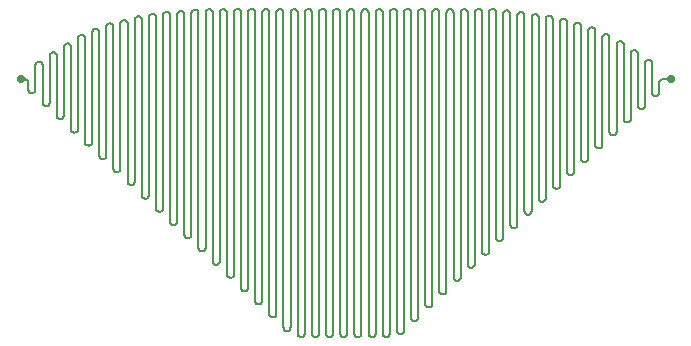
<source format=gbr>
G04 #@! TF.GenerationSoftware,KiCad,Pcbnew,(5.1.5)-3*
G04 #@! TF.CreationDate,2021-10-24T21:58:03+02:00*
G04 #@! TF.ProjectId,seg1,73656731-2e6b-4696-9361-645f70636258,1*
G04 #@! TF.SameCoordinates,Original*
G04 #@! TF.FileFunction,Copper,L1,Top*
G04 #@! TF.FilePolarity,Positive*
%FSLAX46Y46*%
G04 Gerber Fmt 4.6, Leading zero omitted, Abs format (unit mm)*
G04 Created by KiCad (PCBNEW (5.1.5)-3) date 2021-10-24 21:58:03*
%MOMM*%
%LPD*%
G04 APERTURE LIST*
%ADD10C,0.700000*%
%ADD11C,0.152400*%
G04 APERTURE END LIST*
D10*
X113063866Y-79973715D03*
X168105102Y-79926437D03*
D11*
X160888641Y-86966193D02*
X160952050Y-86944005D01*
X160821885Y-86973715D02*
X160888641Y-86966193D01*
X160755128Y-86966193D02*
X160821885Y-86973715D01*
X160691719Y-86944005D02*
X160755128Y-86966193D01*
X160634838Y-86908264D02*
X160691719Y-86944005D01*
X160587335Y-86860761D02*
X160634838Y-86908264D01*
X160551594Y-86803880D02*
X160587335Y-86860761D01*
X160529406Y-86740471D02*
X160551594Y-86803880D01*
X160521885Y-86673715D02*
X160529406Y-86740471D01*
X160521885Y-75473715D02*
X160521885Y-86673715D01*
X160514363Y-75406959D02*
X160521885Y-75473715D01*
X160492175Y-75343550D02*
X160514363Y-75406959D01*
X160456434Y-75286669D02*
X160492175Y-75343550D01*
X160408931Y-75239166D02*
X160456434Y-75286669D01*
X160352050Y-75203425D02*
X160408931Y-75239166D01*
X160288641Y-75181237D02*
X160352050Y-75203425D01*
X160221885Y-75173715D02*
X160288641Y-75181237D01*
X160155128Y-75181237D02*
X160221885Y-75173715D01*
X160091719Y-75203425D02*
X160155128Y-75181237D01*
X160034838Y-75239166D02*
X160091719Y-75203425D01*
X159987335Y-75286669D02*
X160034838Y-75239166D01*
X159951594Y-75343550D02*
X159987335Y-75286669D01*
X159929406Y-75406959D02*
X159951594Y-75343550D01*
X159921885Y-75473715D02*
X159929406Y-75406959D01*
X159921885Y-87773715D02*
X159921885Y-75473715D01*
X159914363Y-87840471D02*
X159921885Y-87773715D01*
X159892175Y-87903880D02*
X159914363Y-87840471D01*
X159856434Y-87960761D02*
X159892175Y-87903880D01*
X159808931Y-88008264D02*
X159856434Y-87960761D01*
X159752050Y-88044005D02*
X159808931Y-88008264D01*
X159688641Y-88066193D02*
X159752050Y-88044005D01*
X159621885Y-88073715D02*
X159688641Y-88066193D01*
X159555128Y-88066193D02*
X159621885Y-88073715D01*
X159491719Y-88044005D02*
X159555128Y-88066193D01*
X159434838Y-88008264D02*
X159491719Y-88044005D01*
X159387335Y-87960761D02*
X159434838Y-88008264D01*
X159351594Y-87903880D02*
X159387335Y-87960761D01*
X159329406Y-87840471D02*
X159351594Y-87903880D01*
X159321885Y-87773715D02*
X159329406Y-87840471D01*
X159321885Y-75123715D02*
X159321885Y-87773715D01*
X159314363Y-75056959D02*
X159321885Y-75123715D01*
X159292175Y-74993550D02*
X159314363Y-75056959D01*
X159256434Y-74936669D02*
X159292175Y-74993550D01*
X159208931Y-74889166D02*
X159256434Y-74936669D01*
X159152050Y-74853425D02*
X159208931Y-74889166D01*
X159088641Y-74831237D02*
X159152050Y-74853425D01*
X159021885Y-74823715D02*
X159088641Y-74831237D01*
X158955128Y-74831237D02*
X159021885Y-74823715D01*
X158891719Y-74853425D02*
X158955128Y-74831237D01*
X158834838Y-74889166D02*
X158891719Y-74853425D01*
X158787335Y-74936669D02*
X158834838Y-74889166D01*
X158751594Y-74993550D02*
X158787335Y-74936669D01*
X158729406Y-75056959D02*
X158751594Y-74993550D01*
X158721885Y-75123715D02*
X158729406Y-75056959D01*
X158721885Y-88923715D02*
X158721885Y-75123715D01*
X158714363Y-88990471D02*
X158721885Y-88923715D01*
X158692175Y-89053880D02*
X158714363Y-88990471D01*
X158656434Y-89110761D02*
X158692175Y-89053880D01*
X158608931Y-89158264D02*
X158656434Y-89110761D01*
X158552050Y-89194005D02*
X158608931Y-89158264D01*
X158488641Y-89216193D02*
X158552050Y-89194005D01*
X158421885Y-89223715D02*
X158488641Y-89216193D01*
X158355128Y-89216193D02*
X158421885Y-89223715D01*
X158291719Y-89194005D02*
X158355128Y-89216193D01*
X158234838Y-89158264D02*
X158291719Y-89194005D01*
X158187335Y-89110761D02*
X158234838Y-89158264D01*
X158151594Y-89053880D02*
X158187335Y-89110761D01*
X158129406Y-88990471D02*
X158151594Y-89053880D01*
X158121885Y-88923715D02*
X158129406Y-88990471D01*
X158121885Y-74873715D02*
X158121885Y-88923715D01*
X158114363Y-74806959D02*
X158121885Y-74873715D01*
X158092175Y-74743550D02*
X158114363Y-74806959D01*
X158056434Y-74686669D02*
X158092175Y-74743550D01*
X158008931Y-74639166D02*
X158056434Y-74686669D01*
X157952050Y-74603425D02*
X158008931Y-74639166D01*
X157888641Y-74581237D02*
X157952050Y-74603425D01*
X157821885Y-74573715D02*
X157888641Y-74581237D01*
X157755128Y-74581237D02*
X157821885Y-74573715D01*
X157691719Y-74603425D02*
X157755128Y-74581237D01*
X157634838Y-74639166D02*
X157691719Y-74603425D01*
X157587335Y-74686669D02*
X157634838Y-74639166D01*
X157551594Y-74743550D02*
X157587335Y-74686669D01*
X157529406Y-74806959D02*
X157551594Y-74743550D01*
X157521885Y-74873715D02*
X157529406Y-74806959D01*
X157521885Y-90023715D02*
X157521885Y-74873715D01*
X157514363Y-90090471D02*
X157521885Y-90023715D01*
X157492175Y-90153880D02*
X157514363Y-90090471D01*
X157456434Y-90210761D02*
X157492175Y-90153880D01*
X157408931Y-90258264D02*
X157456434Y-90210761D01*
X157352050Y-90294005D02*
X157408931Y-90258264D01*
X157288641Y-90316193D02*
X157352050Y-90294005D01*
X157221885Y-90323715D02*
X157288641Y-90316193D01*
X157155128Y-90316193D02*
X157221885Y-90323715D01*
X157091719Y-90294005D02*
X157155128Y-90316193D01*
X157034838Y-90258264D02*
X157091719Y-90294005D01*
X156987335Y-90210761D02*
X157034838Y-90258264D01*
X156951594Y-90153880D02*
X156987335Y-90210761D01*
X156929406Y-90090471D02*
X156951594Y-90153880D01*
X156921885Y-90023715D02*
X156929406Y-90090471D01*
X156921885Y-74723715D02*
X156921885Y-90023715D01*
X156914363Y-74656959D02*
X156921885Y-74723715D01*
X156892175Y-74593550D02*
X156914363Y-74656959D01*
X156856434Y-74536669D02*
X156892175Y-74593550D01*
X156808931Y-74489166D02*
X156856434Y-74536669D01*
X156752050Y-74453425D02*
X156808931Y-74489166D01*
X156688641Y-74431237D02*
X156752050Y-74453425D01*
X156621885Y-74423715D02*
X156688641Y-74431237D01*
X156555128Y-74431237D02*
X156621885Y-74423715D01*
X156491719Y-74453425D02*
X156555128Y-74431237D01*
X156434838Y-74489166D02*
X156491719Y-74453425D01*
X156387335Y-74536669D02*
X156434838Y-74489166D01*
X156351594Y-74593550D02*
X156387335Y-74536669D01*
X156329406Y-74656959D02*
X156351594Y-74593550D01*
X156321885Y-74723715D02*
X156329406Y-74656959D01*
X156321885Y-91123715D02*
X156321885Y-74723715D01*
X156314363Y-91190471D02*
X156321885Y-91123715D01*
X156292175Y-91253880D02*
X156314363Y-91190471D01*
X156256434Y-91310761D02*
X156292175Y-91253880D01*
X156208931Y-91358264D02*
X156256434Y-91310761D01*
X156152050Y-91394005D02*
X156208931Y-91358264D01*
X156088641Y-91416193D02*
X156152050Y-91394005D01*
X156021885Y-91423715D02*
X156088641Y-91416193D01*
X155955128Y-91416193D02*
X156021885Y-91423715D01*
X155891719Y-91394005D02*
X155955128Y-91416193D01*
X155834838Y-91358264D02*
X155891719Y-91394005D01*
X155787335Y-91310761D02*
X155834838Y-91358264D01*
X155751594Y-91253880D02*
X155787335Y-91310761D01*
X155729406Y-91190471D02*
X155751594Y-91253880D01*
X155721885Y-91123715D02*
X155729406Y-91190471D01*
X155721885Y-74573715D02*
X155721885Y-91123715D01*
X155714363Y-74506959D02*
X155721885Y-74573715D01*
X155692175Y-74443550D02*
X155714363Y-74506959D01*
X155656434Y-74386669D02*
X155692175Y-74443550D01*
X155608931Y-74339166D02*
X155656434Y-74386669D01*
X155552050Y-74303425D02*
X155608931Y-74339166D01*
X155488641Y-74281237D02*
X155552050Y-74303425D01*
X155421885Y-74273715D02*
X155488641Y-74281237D01*
X155355128Y-74281237D02*
X155421885Y-74273715D01*
X155291719Y-74303425D02*
X155355128Y-74281237D01*
X155234838Y-74339166D02*
X155291719Y-74303425D01*
X155187335Y-74386669D02*
X155234838Y-74339166D01*
X155151594Y-74443550D02*
X155187335Y-74386669D01*
X155129406Y-74506959D02*
X155151594Y-74443550D01*
X155121885Y-74573715D02*
X155129406Y-74506959D01*
X155121885Y-92273715D02*
X155121885Y-74573715D01*
X155114363Y-92340471D02*
X155121885Y-92273715D01*
X155092175Y-92403880D02*
X155114363Y-92340471D01*
X155056434Y-92460761D02*
X155092175Y-92403880D01*
X155008931Y-92508264D02*
X155056434Y-92460761D01*
X154952050Y-92544005D02*
X155008931Y-92508264D01*
X154888641Y-92566193D02*
X154952050Y-92544005D01*
X154821885Y-92573715D02*
X154888641Y-92566193D01*
X154755128Y-92566193D02*
X154821885Y-92573715D01*
X154691719Y-92544005D02*
X154755128Y-92566193D01*
X154634838Y-92508264D02*
X154691719Y-92544005D01*
X154587335Y-92460761D02*
X154634838Y-92508264D01*
X154551594Y-92403880D02*
X154587335Y-92460761D01*
X154529406Y-92340471D02*
X154551594Y-92403880D01*
X154521885Y-92273715D02*
X154529406Y-92340471D01*
X154521885Y-74423715D02*
X154521885Y-92273715D01*
X154514363Y-74356959D02*
X154521885Y-74423715D01*
X154492175Y-74293550D02*
X154514363Y-74356959D01*
X154456434Y-74236669D02*
X154492175Y-74293550D01*
X154408931Y-74189166D02*
X154456434Y-74236669D01*
X154352050Y-74153425D02*
X154408931Y-74189166D01*
X154288641Y-74131237D02*
X154352050Y-74153425D01*
X154221885Y-74123715D02*
X154288641Y-74131237D01*
X154155128Y-74131237D02*
X154221885Y-74123715D01*
X154091719Y-74153425D02*
X154155128Y-74131237D01*
X154034838Y-74189166D02*
X154091719Y-74153425D01*
X153987335Y-74236669D02*
X154034838Y-74189166D01*
X153951594Y-74293550D02*
X153987335Y-74236669D01*
X153929406Y-74356959D02*
X153951594Y-74293550D01*
X153921885Y-74423715D02*
X153929406Y-74356959D01*
X153921885Y-93373715D02*
X153921885Y-74423715D01*
X153914363Y-93440471D02*
X153921885Y-93373715D01*
X153892175Y-93503880D02*
X153914363Y-93440471D01*
X153856434Y-93560761D02*
X153892175Y-93503880D01*
X153808931Y-93608264D02*
X153856434Y-93560761D01*
X153752050Y-93644005D02*
X153808931Y-93608264D01*
X153688641Y-93666193D02*
X153752050Y-93644005D01*
X153621885Y-93673715D02*
X153688641Y-93666193D01*
X153555128Y-93666193D02*
X153621885Y-93673715D01*
X153491719Y-93644005D02*
X153555128Y-93666193D01*
X153434838Y-93608264D02*
X153491719Y-93644005D01*
X153387335Y-93560761D02*
X153434838Y-93608264D01*
X153351594Y-93503880D02*
X153387335Y-93560761D01*
X153329406Y-93440471D02*
X153351594Y-93503880D01*
X153321885Y-93373715D02*
X153329406Y-93440471D01*
X153321885Y-74323715D02*
X153321885Y-93373715D01*
X153314363Y-74256959D02*
X153321885Y-74323715D01*
X153292175Y-74193550D02*
X153314363Y-74256959D01*
X153256434Y-74136669D02*
X153292175Y-74193550D01*
X153208931Y-74089166D02*
X153256434Y-74136669D01*
X153152050Y-74053425D02*
X153208931Y-74089166D01*
X153088641Y-74031237D02*
X153152050Y-74053425D01*
X153021885Y-74023715D02*
X153088641Y-74031237D01*
X152955128Y-74031237D02*
X153021885Y-74023715D01*
X152891719Y-74053425D02*
X152955128Y-74031237D01*
X152834838Y-74089166D02*
X152891719Y-74053425D01*
X152787335Y-74136669D02*
X152834838Y-74089166D01*
X152751594Y-74193550D02*
X152787335Y-74136669D01*
X152729406Y-74256959D02*
X152751594Y-74193550D01*
X152721885Y-74323715D02*
X152729406Y-74256959D01*
X152721885Y-94523715D02*
X152721885Y-74323715D01*
X152714363Y-94590471D02*
X152721885Y-94523715D01*
X152692175Y-94653880D02*
X152714363Y-94590471D01*
X152656434Y-94710761D02*
X152692175Y-94653880D01*
X152608931Y-94758264D02*
X152656434Y-94710761D01*
X152552050Y-94794005D02*
X152608931Y-94758264D01*
X152488641Y-94816193D02*
X152552050Y-94794005D01*
X152421885Y-94823715D02*
X152488641Y-94816193D01*
X152355128Y-94816193D02*
X152421885Y-94823715D01*
X152291719Y-94794005D02*
X152355128Y-94816193D01*
X152234838Y-94758264D02*
X152291719Y-94794005D01*
X152187335Y-94710761D02*
X152234838Y-94758264D01*
X152151594Y-94653880D02*
X152187335Y-94710761D01*
X152129406Y-94590471D02*
X152151594Y-94653880D01*
X152121885Y-94523715D02*
X152129406Y-94590471D01*
X152121885Y-74323715D02*
X152121885Y-94523715D01*
X152114363Y-74256959D02*
X152121885Y-74323715D01*
X152092175Y-74193550D02*
X152114363Y-74256959D01*
X152056434Y-74136669D02*
X152092175Y-74193550D01*
X152008931Y-74089166D02*
X152056434Y-74136669D01*
X151952050Y-74053425D02*
X152008931Y-74089166D01*
X151888641Y-74031237D02*
X151952050Y-74053425D01*
X151821885Y-74023715D02*
X151888641Y-74031237D01*
X151755128Y-74031237D02*
X151821885Y-74023715D01*
X151691719Y-74053425D02*
X151755128Y-74031237D01*
X151634838Y-74089166D02*
X151691719Y-74053425D01*
X151587335Y-74136669D02*
X151634838Y-74089166D01*
X151551594Y-74193550D02*
X151587335Y-74136669D01*
X151529406Y-74256959D02*
X151551594Y-74193550D01*
X151521885Y-74323715D02*
X151529406Y-74256959D01*
X151521885Y-95623715D02*
X151521885Y-74323715D01*
X151514363Y-95690471D02*
X151521885Y-95623715D01*
X151492175Y-95753880D02*
X151514363Y-95690471D01*
X151456434Y-95810761D02*
X151492175Y-95753880D01*
X151408931Y-95858264D02*
X151456434Y-95810761D01*
X151352050Y-95894005D02*
X151408931Y-95858264D01*
X151288641Y-95916193D02*
X151352050Y-95894005D01*
X151221885Y-95923715D02*
X151288641Y-95916193D01*
X151155128Y-95916193D02*
X151221885Y-95923715D01*
X151091719Y-95894005D02*
X151155128Y-95916193D01*
X151034838Y-95858264D02*
X151091719Y-95894005D01*
X150987335Y-95810761D02*
X151034838Y-95858264D01*
X150951594Y-95753880D02*
X150987335Y-95810761D01*
X150929406Y-95690471D02*
X150951594Y-95753880D01*
X150921885Y-95623715D02*
X150929406Y-95690471D01*
X150921885Y-74323715D02*
X150921885Y-95623715D01*
X150914363Y-74256959D02*
X150921885Y-74323715D01*
X150892175Y-74193550D02*
X150914363Y-74256959D01*
X150856434Y-74136669D02*
X150892175Y-74193550D01*
X150808931Y-74089166D02*
X150856434Y-74136669D01*
X150752050Y-74053425D02*
X150808931Y-74089166D01*
X150688641Y-74031237D02*
X150752050Y-74053425D01*
X150621885Y-74023715D02*
X150688641Y-74031237D01*
X150555128Y-74031237D02*
X150621885Y-74023715D01*
X150491719Y-74053425D02*
X150555128Y-74031237D01*
X150434838Y-74089166D02*
X150491719Y-74053425D01*
X150387335Y-74136669D02*
X150434838Y-74089166D01*
X150351594Y-74193550D02*
X150387335Y-74136669D01*
X150329406Y-74256959D02*
X150351594Y-74193550D01*
X150321885Y-74323715D02*
X150329406Y-74256959D01*
X150321885Y-96723715D02*
X150321885Y-74323715D01*
X150314363Y-96790471D02*
X150321885Y-96723715D01*
X150292175Y-96853880D02*
X150314363Y-96790471D01*
X150256434Y-96910761D02*
X150292175Y-96853880D01*
X150208931Y-96958264D02*
X150256434Y-96910761D01*
X150152050Y-96994005D02*
X150208931Y-96958264D01*
X150088641Y-97016193D02*
X150152050Y-96994005D01*
X150021885Y-97023715D02*
X150088641Y-97016193D01*
X149955128Y-97016193D02*
X150021885Y-97023715D01*
X149891719Y-96994005D02*
X149955128Y-97016193D01*
X149834838Y-96958264D02*
X149891719Y-96994005D01*
X149787335Y-96910761D02*
X149834838Y-96958264D01*
X149751594Y-96853880D02*
X149787335Y-96910761D01*
X149729406Y-96790471D02*
X149751594Y-96853880D01*
X149721885Y-96723715D02*
X149729406Y-96790471D01*
X149721885Y-74323715D02*
X149721885Y-96723715D01*
X149714363Y-74256959D02*
X149721885Y-74323715D01*
X149692175Y-74193550D02*
X149714363Y-74256959D01*
X149656434Y-74136669D02*
X149692175Y-74193550D01*
X149608931Y-74089166D02*
X149656434Y-74136669D01*
X149552050Y-74053425D02*
X149608931Y-74089166D01*
X149488641Y-74031237D02*
X149552050Y-74053425D01*
X149421885Y-74023715D02*
X149488641Y-74031237D01*
X149355128Y-74031237D02*
X149421885Y-74023715D01*
X149291719Y-74053425D02*
X149355128Y-74031237D01*
X149234838Y-74089166D02*
X149291719Y-74053425D01*
X149187335Y-74136669D02*
X149234838Y-74089166D01*
X149151594Y-74193550D02*
X149187335Y-74136669D01*
X149129406Y-74256959D02*
X149151594Y-74193550D01*
X149121885Y-74323715D02*
X149129406Y-74256959D01*
X149121885Y-97873715D02*
X149121885Y-74323715D01*
X149114363Y-97940471D02*
X149121885Y-97873715D01*
X149092175Y-98003880D02*
X149114363Y-97940471D01*
X149056434Y-98060761D02*
X149092175Y-98003880D01*
X149008931Y-98108264D02*
X149056434Y-98060761D01*
X148952050Y-98144005D02*
X149008931Y-98108264D01*
X148888641Y-98166193D02*
X148952050Y-98144005D01*
X148821885Y-98173715D02*
X148888641Y-98166193D01*
X148755128Y-98166193D02*
X148821885Y-98173715D01*
X148691719Y-98144005D02*
X148755128Y-98166193D01*
X148634838Y-98108264D02*
X148691719Y-98144005D01*
X148587335Y-98060761D02*
X148634838Y-98108264D01*
X148551594Y-98003880D02*
X148587335Y-98060761D01*
X148529406Y-97940471D02*
X148551594Y-98003880D01*
X148521885Y-97873715D02*
X148529406Y-97940471D01*
X148521885Y-74323715D02*
X148521885Y-97873715D01*
X148514363Y-74256959D02*
X148521885Y-74323715D01*
X148492175Y-74193550D02*
X148514363Y-74256959D01*
X148456434Y-74136669D02*
X148492175Y-74193550D01*
X148408931Y-74089166D02*
X148456434Y-74136669D01*
X148352050Y-74053425D02*
X148408931Y-74089166D01*
X148288641Y-74031237D02*
X148352050Y-74053425D01*
X148221885Y-74023715D02*
X148288641Y-74031237D01*
X148155128Y-74031237D02*
X148221885Y-74023715D01*
X148091719Y-74053425D02*
X148155128Y-74031237D01*
X148034838Y-74089166D02*
X148091719Y-74053425D01*
X147987335Y-74136669D02*
X148034838Y-74089166D01*
X147951594Y-74193550D02*
X147987335Y-74136669D01*
X147929406Y-74256959D02*
X147951594Y-74193550D01*
X147921885Y-74323715D02*
X147929406Y-74256959D01*
X147921885Y-98973715D02*
X147921885Y-74323715D01*
X147914363Y-99040471D02*
X147921885Y-98973715D01*
X147892175Y-99103880D02*
X147914363Y-99040471D01*
X147856434Y-99160761D02*
X147892175Y-99103880D01*
X147808931Y-99208264D02*
X147856434Y-99160761D01*
X147752050Y-99244005D02*
X147808931Y-99208264D01*
X147688641Y-99266193D02*
X147752050Y-99244005D01*
X147621885Y-99273715D02*
X147688641Y-99266193D01*
X147555128Y-99266193D02*
X147621885Y-99273715D01*
X147491719Y-99244005D02*
X147555128Y-99266193D01*
X147434838Y-99208264D02*
X147491719Y-99244005D01*
X147387335Y-99160761D02*
X147434838Y-99208264D01*
X147351594Y-99103880D02*
X147387335Y-99160761D01*
X147329406Y-99040471D02*
X147351594Y-99103880D01*
X147321885Y-98973715D02*
X147329406Y-99040471D01*
X147321885Y-74323715D02*
X147321885Y-98973715D01*
X147314363Y-74256959D02*
X147321885Y-74323715D01*
X147292175Y-74193550D02*
X147314363Y-74256959D01*
X147256434Y-74136669D02*
X147292175Y-74193550D01*
X147208931Y-74089166D02*
X147256434Y-74136669D01*
X147152050Y-74053425D02*
X147208931Y-74089166D01*
X147088641Y-74031237D02*
X147152050Y-74053425D01*
X147021885Y-74023715D02*
X147088641Y-74031237D01*
X146955128Y-74031237D02*
X147021885Y-74023715D01*
X146891719Y-74053425D02*
X146955128Y-74031237D01*
X146834838Y-74089166D02*
X146891719Y-74053425D01*
X146787335Y-74136669D02*
X146834838Y-74089166D01*
X146751594Y-74193550D02*
X146787335Y-74136669D01*
X146729406Y-74256959D02*
X146751594Y-74193550D01*
X146721885Y-74323715D02*
X146729406Y-74256959D01*
X146721885Y-100123715D02*
X146721885Y-74323715D01*
X146714363Y-100190471D02*
X146721885Y-100123715D01*
X146692175Y-100253880D02*
X146714363Y-100190471D01*
X146656434Y-100310761D02*
X146692175Y-100253880D01*
X146608931Y-100358264D02*
X146656434Y-100310761D01*
X146552050Y-100394005D02*
X146608931Y-100358264D01*
X146488641Y-100416193D02*
X146552050Y-100394005D01*
X146421885Y-100423715D02*
X146488641Y-100416193D01*
X146355128Y-100416193D02*
X146421885Y-100423715D01*
X146291719Y-100394005D02*
X146355128Y-100416193D01*
X146234838Y-100358264D02*
X146291719Y-100394005D01*
X164751594Y-77643550D02*
X164787335Y-77586669D01*
X129555128Y-95666193D02*
X129621885Y-95673715D01*
X163529406Y-76956959D02*
X163551594Y-76893550D01*
X129491719Y-95644005D02*
X129555128Y-95666193D01*
X165292175Y-77643550D02*
X165314363Y-77706959D01*
X129434838Y-95608264D02*
X129491719Y-95644005D01*
X164421885Y-83623715D02*
X164488641Y-83616193D01*
X129387335Y-95560761D02*
X129434838Y-95608264D01*
X165621885Y-82473715D02*
X165688641Y-82466193D01*
X129351594Y-95503880D02*
X129387335Y-95560761D01*
X163521885Y-77023715D02*
X163529406Y-76956959D01*
X129329406Y-95440471D02*
X129351594Y-95503880D01*
X163952050Y-76753425D02*
X164008931Y-76789166D01*
X129321885Y-95373715D02*
X129329406Y-95440471D01*
X165387335Y-82360761D02*
X165434838Y-82408264D01*
X129321885Y-74323715D02*
X129321885Y-95373715D01*
X165021885Y-77473715D02*
X165088641Y-77481237D01*
X129292175Y-74193550D02*
X129314363Y-74256959D01*
X165555128Y-82466193D02*
X165621885Y-82473715D01*
X129256434Y-74136669D02*
X129292175Y-74193550D01*
X164729406Y-77706959D02*
X164751594Y-77643550D01*
X129088641Y-74031237D02*
X129152050Y-74053425D01*
X164187335Y-83510761D02*
X164234838Y-83558264D01*
X128955128Y-74031237D02*
X129021885Y-74023715D01*
X167121885Y-81073715D02*
X167121885Y-80273715D01*
X128834838Y-74089166D02*
X128891719Y-74053425D01*
X163634838Y-76789166D02*
X163691719Y-76753425D01*
X128751594Y-74193550D02*
X128787335Y-74136669D01*
X162921885Y-84423715D02*
X162929406Y-84490471D01*
X128729406Y-74256959D02*
X128751594Y-74193550D01*
X167291719Y-80003424D02*
X167355128Y-79981236D01*
X128721885Y-74323715D02*
X128729406Y-74256959D01*
X163521885Y-84423715D02*
X163521885Y-77023715D01*
X128721885Y-94223715D02*
X128721885Y-74323715D01*
X164721885Y-83323715D02*
X164721885Y-77773715D01*
X128692175Y-94353880D02*
X128714363Y-94290471D01*
X164552050Y-83594005D02*
X164608931Y-83558264D01*
X128552050Y-94494005D02*
X128608931Y-94458264D01*
X164834838Y-77539166D02*
X164891719Y-77503425D01*
X128488641Y-94516193D02*
X128552050Y-94494005D01*
X166492175Y-78493550D02*
X166514363Y-78556959D01*
X128421885Y-94523715D02*
X128488641Y-94516193D01*
X165152050Y-77503425D02*
X165208931Y-77539166D01*
X128234838Y-94458264D02*
X128291719Y-94494005D01*
X167234838Y-80039165D02*
X167291719Y-80003424D01*
X128151594Y-94353880D02*
X128187335Y-94410761D01*
X165987335Y-78436669D02*
X166034838Y-78389166D01*
X128121885Y-74373715D02*
X128121885Y-94223715D01*
X163587335Y-76836669D02*
X163634838Y-76789166D01*
X128114363Y-74306959D02*
X128121885Y-74373715D01*
X163456434Y-84610761D02*
X163492175Y-84553880D01*
X128092175Y-74243550D02*
X128114363Y-74306959D01*
X163691719Y-76753425D02*
X163755128Y-76731237D01*
X128056434Y-74186669D02*
X128092175Y-74243550D01*
X165208931Y-77539166D02*
X165256434Y-77586669D01*
X128008931Y-74139166D02*
X128056434Y-74186669D01*
X162314363Y-85590471D02*
X162321885Y-85523715D01*
X127952050Y-74103425D02*
X128008931Y-74139166D01*
X162688641Y-76131237D02*
X162752050Y-76153425D01*
X127888641Y-74081237D02*
X127952050Y-74103425D01*
X127821885Y-74073715D02*
X127888641Y-74081237D01*
X162351594Y-76293550D02*
X162387335Y-76236669D01*
X127755128Y-74081237D02*
X127821885Y-74073715D01*
X162208931Y-85758264D02*
X162256434Y-85710761D01*
X127691719Y-74103425D02*
X127755128Y-74081237D01*
X161714363Y-75806959D02*
X161721885Y-75873715D01*
X127634838Y-74139166D02*
X127691719Y-74103425D01*
X164955128Y-77481237D02*
X165021885Y-77473715D01*
X127587335Y-74186669D02*
X127634838Y-74139166D01*
X163408931Y-84658264D02*
X163456434Y-84610761D01*
X127551594Y-74243550D02*
X127587335Y-74186669D01*
X160952050Y-86944005D02*
X161008931Y-86908264D01*
X127529406Y-74306959D02*
X127551594Y-74243550D01*
X127521885Y-74373715D02*
X127529406Y-74306959D01*
X161955128Y-85816193D02*
X162021885Y-85823715D01*
X127521885Y-93123715D02*
X127521885Y-74373715D01*
X127514363Y-93190471D02*
X127521885Y-93123715D01*
X162929406Y-84490471D02*
X162951594Y-84553880D01*
X127492175Y-93253880D02*
X127514363Y-93190471D01*
X162914363Y-76356959D02*
X162921885Y-76423715D01*
X127456434Y-93310761D02*
X127492175Y-93253880D01*
X164488641Y-83616193D02*
X164552050Y-83594005D01*
X127408931Y-93358264D02*
X127456434Y-93310761D01*
X164656434Y-83510761D02*
X164692175Y-83453880D01*
X127352050Y-93394005D02*
X127408931Y-93358264D01*
X161187335Y-75686669D02*
X161234838Y-75639166D01*
X127288641Y-93416193D02*
X127352050Y-93394005D01*
X161787335Y-85710761D02*
X161834838Y-85758264D01*
X127221885Y-93423715D02*
X127288641Y-93416193D01*
X164355128Y-83616193D02*
X164421885Y-83623715D01*
X127155128Y-93416193D02*
X127221885Y-93423715D01*
X164008931Y-76789166D02*
X164056434Y-76836669D01*
X127091719Y-93394005D02*
X127155128Y-93416193D01*
X161656434Y-75686669D02*
X161692175Y-75743550D01*
X127034838Y-93358264D02*
X127091719Y-93394005D01*
X163551594Y-76893550D02*
X163587335Y-76836669D01*
X126987335Y-93310761D02*
X127034838Y-93358264D01*
X126951594Y-93253880D02*
X126987335Y-93310761D01*
X161114363Y-86740471D02*
X161121885Y-86673715D01*
X126929406Y-93190471D02*
X126951594Y-93253880D01*
X164714363Y-83390471D02*
X164721885Y-83323715D01*
X126921885Y-93123715D02*
X126929406Y-93190471D01*
X164151594Y-83453880D02*
X164187335Y-83510761D01*
X126921885Y-74473715D02*
X126921885Y-93123715D01*
X162292175Y-85653880D02*
X162314363Y-85590471D01*
X126914363Y-74406959D02*
X126921885Y-74473715D01*
X126892175Y-74343550D02*
X126914363Y-74406959D01*
X126856434Y-74286669D02*
X126892175Y-74343550D01*
X161729406Y-85590471D02*
X161751594Y-85653880D01*
X126808931Y-74239166D02*
X126856434Y-74286669D01*
X163091719Y-84694005D02*
X163155128Y-84716193D01*
X126752050Y-74203425D02*
X126808931Y-74239166D01*
X162555128Y-76131237D02*
X162621885Y-76123715D01*
X126688641Y-74181237D02*
X126752050Y-74203425D01*
X162621885Y-76123715D02*
X162688641Y-76131237D01*
X126621885Y-74173715D02*
X126688641Y-74181237D01*
X162387335Y-76236669D02*
X162434838Y-76189166D01*
X126555128Y-74181237D02*
X126621885Y-74173715D01*
X126491719Y-74203425D02*
X126555128Y-74181237D01*
X161721885Y-75873715D02*
X161721885Y-85523715D01*
X126434838Y-74239166D02*
X126491719Y-74203425D01*
X164891719Y-77503425D02*
X164955128Y-77481237D01*
X126387335Y-74286669D02*
X126434838Y-74239166D01*
X163155128Y-84716193D02*
X163221885Y-84723715D01*
X126351594Y-74343550D02*
X126387335Y-74286669D01*
X165088641Y-77481237D02*
X165152050Y-77503425D01*
X126329406Y-74406959D02*
X126351594Y-74343550D01*
X162921885Y-76423715D02*
X162921885Y-84423715D01*
X126321885Y-74473715D02*
X126329406Y-74406959D01*
X162856434Y-76236669D02*
X162892175Y-76293550D01*
X126321885Y-92023715D02*
X126321885Y-74473715D01*
X164056434Y-76836669D02*
X164092175Y-76893550D01*
X126314363Y-92090471D02*
X126321885Y-92023715D01*
X126292175Y-92153880D02*
X126314363Y-92090471D01*
X126256434Y-92210761D02*
X126292175Y-92153880D01*
X161121885Y-86673715D02*
X161121885Y-75873715D01*
X126208931Y-92258264D02*
X126256434Y-92210761D01*
X164234838Y-83558264D02*
X164291719Y-83594005D01*
X126152050Y-92294005D02*
X126208931Y-92258264D01*
X126088641Y-92316193D02*
X126152050Y-92294005D01*
X164291719Y-83594005D02*
X164355128Y-83616193D01*
X126021885Y-92323715D02*
X126088641Y-92316193D01*
X164121885Y-77023715D02*
X164121885Y-83323715D01*
X125955128Y-92316193D02*
X126021885Y-92323715D01*
X164129406Y-83390471D02*
X164151594Y-83453880D01*
X125891719Y-92294005D02*
X125955128Y-92316193D01*
X161552050Y-75603425D02*
X161608931Y-75639166D01*
X125834838Y-92258264D02*
X125891719Y-92294005D01*
X162752050Y-76153425D02*
X162808931Y-76189166D01*
X125787335Y-92210761D02*
X125834838Y-92258264D01*
X164721885Y-77773715D02*
X164729406Y-77706959D01*
X125751594Y-92153880D02*
X125787335Y-92210761D01*
X162256434Y-85710761D02*
X162292175Y-85653880D01*
X125729406Y-92090471D02*
X125751594Y-92153880D01*
X162987335Y-84610761D02*
X163034838Y-84658264D01*
X125721885Y-92023715D02*
X125729406Y-92090471D01*
X162491719Y-76153425D02*
X162555128Y-76131237D01*
X125721885Y-74573715D02*
X125721885Y-92023715D01*
X162808931Y-76189166D02*
X162856434Y-76236669D01*
X125714363Y-74506959D02*
X125721885Y-74573715D01*
X161488641Y-75581237D02*
X161552050Y-75603425D01*
X125692175Y-74443550D02*
X125714363Y-74506959D01*
X125656434Y-74386669D02*
X125692175Y-74443550D01*
X125608931Y-74339166D02*
X125656434Y-74386669D01*
X161834838Y-85758264D02*
X161891719Y-85794005D01*
X125552050Y-74303425D02*
X125608931Y-74339166D01*
X162329406Y-76356959D02*
X162351594Y-76293550D01*
X125488641Y-74281237D02*
X125552050Y-74303425D01*
X161234838Y-75639166D02*
X161291719Y-75603425D01*
X125421885Y-74273715D02*
X125488641Y-74281237D01*
X125355128Y-74281237D02*
X125421885Y-74273715D01*
X125291719Y-74303425D02*
X125355128Y-74281237D01*
X162152050Y-85794005D02*
X162208931Y-85758264D01*
X125234838Y-74339166D02*
X125291719Y-74303425D01*
X125187335Y-74386669D02*
X125234838Y-74339166D01*
X162434838Y-76189166D02*
X162491719Y-76153425D01*
X125151594Y-74443550D02*
X125187335Y-74386669D01*
X161151594Y-75743550D02*
X161187335Y-75686669D01*
X125129406Y-74506959D02*
X125151594Y-74443550D01*
X162321885Y-76423715D02*
X162329406Y-76356959D01*
X125121885Y-74573715D02*
X125129406Y-74506959D01*
X125121885Y-90873715D02*
X125121885Y-74573715D01*
X125114363Y-90940471D02*
X125121885Y-90873715D01*
X125092175Y-91003880D02*
X125114363Y-90940471D01*
X125056434Y-91060761D02*
X125092175Y-91003880D01*
X161121885Y-75873715D02*
X161129406Y-75806959D01*
X125008931Y-91108264D02*
X125056434Y-91060761D01*
X162021885Y-85823715D02*
X162088641Y-85816193D01*
X124952050Y-91144005D02*
X125008931Y-91108264D01*
X124888641Y-91166193D02*
X124952050Y-91144005D01*
X124821885Y-91173715D02*
X124888641Y-91166193D01*
X124755128Y-91166193D02*
X124821885Y-91173715D01*
X161056434Y-86860761D02*
X161092175Y-86803880D01*
X124691719Y-91144005D02*
X124755128Y-91166193D01*
X124634838Y-91108264D02*
X124691719Y-91144005D01*
X124587335Y-91060761D02*
X124634838Y-91108264D01*
X161008931Y-86908264D02*
X161056434Y-86860761D01*
X124551594Y-91003880D02*
X124587335Y-91060761D01*
X161608931Y-75639166D02*
X161656434Y-75686669D01*
X124529406Y-90940471D02*
X124551594Y-91003880D01*
X124521885Y-90873715D02*
X124529406Y-90940471D01*
X161751594Y-85653880D02*
X161787335Y-85710761D01*
X124521885Y-74723715D02*
X124521885Y-90873715D01*
X124514363Y-74656959D02*
X124521885Y-74723715D01*
X124492175Y-74593550D02*
X124514363Y-74656959D01*
X124456434Y-74536669D02*
X124492175Y-74593550D01*
X124408931Y-74489166D02*
X124456434Y-74536669D01*
X161291719Y-75603425D02*
X161355128Y-75581237D01*
X124352050Y-74453425D02*
X124408931Y-74489166D01*
X124288641Y-74431237D02*
X124352050Y-74453425D01*
X124221885Y-74423715D02*
X124288641Y-74431237D01*
X124155128Y-74431237D02*
X124221885Y-74423715D01*
X124091719Y-74453425D02*
X124155128Y-74431237D01*
X124034838Y-74489166D02*
X124091719Y-74453425D01*
X162321885Y-85523715D02*
X162321885Y-76423715D01*
X123987335Y-74536669D02*
X124034838Y-74489166D01*
X123951594Y-74593550D02*
X123987335Y-74536669D01*
X123929406Y-74656959D02*
X123951594Y-74593550D01*
X162088641Y-85816193D02*
X162152050Y-85794005D01*
X123921885Y-74723715D02*
X123929406Y-74656959D01*
X123921885Y-89773715D02*
X123921885Y-74723715D01*
X123914363Y-89840471D02*
X123921885Y-89773715D01*
X123892175Y-89903880D02*
X123914363Y-89840471D01*
X161421885Y-75573715D02*
X161488641Y-75581237D01*
X123856434Y-89960761D02*
X123892175Y-89903880D01*
X161891719Y-85794005D02*
X161955128Y-85816193D01*
X123808931Y-90008264D02*
X123856434Y-89960761D01*
X123752050Y-90044005D02*
X123808931Y-90008264D01*
X161692175Y-75743550D02*
X161714363Y-75806959D01*
X123688641Y-90066193D02*
X123752050Y-90044005D01*
X123621885Y-90073715D02*
X123688641Y-90066193D01*
X123555128Y-90066193D02*
X123621885Y-90073715D01*
X161355128Y-75581237D02*
X161421885Y-75573715D01*
X123491719Y-90044005D02*
X123555128Y-90066193D01*
X123434838Y-90008264D02*
X123491719Y-90044005D01*
X123387335Y-89960761D02*
X123434838Y-90008264D01*
X123351594Y-89903880D02*
X123387335Y-89960761D01*
X123329406Y-89840471D02*
X123351594Y-89903880D01*
X123321885Y-89773715D02*
X123329406Y-89840471D01*
X123321885Y-74923715D02*
X123321885Y-89773715D01*
X161129406Y-75806959D02*
X161151594Y-75743550D01*
X123314363Y-74856959D02*
X123321885Y-74923715D01*
X123292175Y-74793550D02*
X123314363Y-74856959D01*
X161092175Y-86803880D02*
X161114363Y-86740471D01*
X123256434Y-74736669D02*
X123292175Y-74793550D01*
X123208931Y-74689166D02*
X123256434Y-74736669D01*
X123152050Y-74653425D02*
X123208931Y-74689166D01*
X161721885Y-85523715D02*
X161729406Y-85590471D01*
X123088641Y-74631237D02*
X123152050Y-74653425D01*
X123021885Y-74623715D02*
X123088641Y-74631237D01*
X122955128Y-74631237D02*
X123021885Y-74623715D01*
X122891719Y-74653425D02*
X122955128Y-74631237D01*
X122834838Y-74689166D02*
X122891719Y-74653425D01*
X122787335Y-74736669D02*
X122834838Y-74689166D01*
X122751594Y-74793550D02*
X122787335Y-74736669D01*
X122729406Y-74856959D02*
X122751594Y-74793550D01*
X122721885Y-74923715D02*
X122729406Y-74856959D01*
X122721885Y-88623715D02*
X122721885Y-74923715D01*
X122714363Y-88690471D02*
X122721885Y-88623715D01*
X122692175Y-88753880D02*
X122714363Y-88690471D01*
X122656434Y-88810761D02*
X122692175Y-88753880D01*
X122608931Y-88858264D02*
X122656434Y-88810761D01*
X122552050Y-88894005D02*
X122608931Y-88858264D01*
X122488641Y-88916193D02*
X122552050Y-88894005D01*
X122421885Y-88923715D02*
X122488641Y-88916193D01*
X122355128Y-88916193D02*
X122421885Y-88923715D01*
X122291719Y-88894005D02*
X122355128Y-88916193D01*
X122234838Y-88858264D02*
X122291719Y-88894005D01*
X122187335Y-88810761D02*
X122234838Y-88858264D01*
X122151594Y-88753880D02*
X122187335Y-88810761D01*
X122129406Y-88690471D02*
X122151594Y-88753880D01*
X122121885Y-88623715D02*
X122129406Y-88690471D01*
X122121885Y-75223715D02*
X122121885Y-88623715D01*
X122114363Y-75156959D02*
X122121885Y-75223715D01*
X122092175Y-75093550D02*
X122114363Y-75156959D01*
X122056434Y-75036669D02*
X122092175Y-75093550D01*
X122008931Y-74989166D02*
X122056434Y-75036669D01*
X121952050Y-74953425D02*
X122008931Y-74989166D01*
X121888641Y-74931237D02*
X121952050Y-74953425D01*
X121821885Y-74923715D02*
X121888641Y-74931237D01*
X121755128Y-74931237D02*
X121821885Y-74923715D01*
X121691719Y-74953425D02*
X121755128Y-74931237D01*
X121634838Y-74989166D02*
X121691719Y-74953425D01*
X121587335Y-75036669D02*
X121634838Y-74989166D01*
X121551594Y-75093550D02*
X121587335Y-75036669D01*
X121529406Y-75156959D02*
X121551594Y-75093550D01*
X121521885Y-75223715D02*
X121529406Y-75156959D01*
X121521885Y-87523715D02*
X121521885Y-75223715D01*
X121514363Y-87590471D02*
X121521885Y-87523715D01*
X121492175Y-87653880D02*
X121514363Y-87590471D01*
X121456434Y-87710761D02*
X121492175Y-87653880D01*
X121408931Y-87758264D02*
X121456434Y-87710761D01*
X117292175Y-77093550D02*
X117314363Y-77156959D01*
X117256434Y-77036669D02*
X117292175Y-77093550D01*
X117208931Y-76989166D02*
X117256434Y-77036669D01*
X117152050Y-76953425D02*
X117208931Y-76989166D01*
X117088641Y-76931237D02*
X117152050Y-76953425D01*
X117021885Y-76923715D02*
X117088641Y-76931237D01*
X116891719Y-76953425D02*
X116955128Y-76931237D01*
X116834838Y-76989166D02*
X116891719Y-76953425D01*
X116787335Y-77036669D02*
X116834838Y-76989166D01*
X116721885Y-77223715D02*
X116729406Y-77156959D01*
X116656434Y-83210761D02*
X116692175Y-83153880D01*
X116608931Y-83258264D02*
X116656434Y-83210761D01*
X116552050Y-83294005D02*
X116608931Y-83258264D01*
X116488641Y-83316193D02*
X116552050Y-83294005D01*
X116421885Y-83323715D02*
X116488641Y-83316193D01*
X116355128Y-83316193D02*
X116421885Y-83323715D01*
X116291719Y-83294005D02*
X116355128Y-83316193D01*
X116234838Y-83258264D02*
X116291719Y-83294005D01*
X116187335Y-83210761D02*
X116234838Y-83258264D01*
X116151594Y-83153880D02*
X116187335Y-83210761D01*
X116121885Y-77973715D02*
X116121885Y-83023715D01*
X116114363Y-77906959D02*
X116121885Y-77973715D01*
X116092175Y-77843550D02*
X116114363Y-77906959D01*
X116056434Y-77786669D02*
X116092175Y-77843550D01*
X116008931Y-77739166D02*
X116056434Y-77786669D01*
X115952050Y-77703425D02*
X116008931Y-77739166D01*
X115888641Y-77681237D02*
X115952050Y-77703425D01*
X115755128Y-77681237D02*
X115821885Y-77673715D01*
X115634838Y-77739166D02*
X115691719Y-77703425D01*
X115587335Y-77786669D02*
X115634838Y-77739166D01*
X115551594Y-77843550D02*
X115587335Y-77786669D01*
X115521885Y-77973715D02*
X115529406Y-77906959D01*
X115521885Y-81923715D02*
X115521885Y-77973715D01*
X115514363Y-81990471D02*
X115521885Y-81923715D01*
X115456434Y-82110761D02*
X115492175Y-82053880D01*
X115408931Y-82158264D02*
X115456434Y-82110761D01*
X164608931Y-83558264D02*
X164656434Y-83510761D01*
X128187335Y-94410761D02*
X128234838Y-94458264D01*
X115288641Y-82216193D02*
X115352050Y-82194005D01*
X143714363Y-74256959D02*
X143721885Y-74323715D01*
X121352050Y-87794005D02*
X121408931Y-87758264D01*
X114256434Y-81010761D02*
X114292175Y-80953880D01*
X114208931Y-81058264D02*
X114256434Y-81010761D01*
X120387335Y-75336669D02*
X120434838Y-75289166D01*
X116751594Y-77093550D02*
X116787335Y-77036669D01*
X166691719Y-81344005D02*
X166755128Y-81366193D01*
X128891719Y-74053425D02*
X128955128Y-74031237D01*
X114292175Y-80953880D02*
X114314363Y-80890471D01*
X120921885Y-87523715D02*
X120929406Y-87590471D01*
X114152050Y-81094005D02*
X114208931Y-81058264D01*
X116121885Y-83023715D02*
X116129406Y-83090471D01*
X164787335Y-77586669D02*
X164834838Y-77539166D01*
X129021885Y-74023715D02*
X129088641Y-74031237D01*
X114021885Y-81123715D02*
X114088641Y-81116193D01*
X144321885Y-74323715D02*
X144329406Y-74256959D01*
X114856434Y-78586669D02*
X114892175Y-78643550D01*
X113891719Y-81094005D02*
X113955128Y-81116193D01*
X120914363Y-75456959D02*
X120921885Y-75523715D01*
X113787335Y-81010761D02*
X113834838Y-81058264D01*
X115691719Y-77703425D02*
X115755128Y-77681237D01*
X163034838Y-84658264D02*
X163091719Y-84694005D01*
X128714363Y-94290471D02*
X128721885Y-94223715D01*
X113751594Y-80953880D02*
X113787335Y-81010761D01*
X144256434Y-101660761D02*
X144292175Y-101603880D01*
X114808931Y-78539166D02*
X114856434Y-78586669D01*
X121034838Y-87758264D02*
X121091719Y-87794005D01*
X113955128Y-81116193D02*
X114021885Y-81123715D01*
X120929406Y-87590471D02*
X120951594Y-87653880D01*
X114921885Y-81923715D02*
X114929406Y-81990471D01*
X113834838Y-81058264D02*
X113891719Y-81094005D01*
X116129406Y-83090471D02*
X116151594Y-83153880D01*
X114088641Y-81116193D02*
X114152050Y-81094005D01*
X113608931Y-80039165D02*
X113656434Y-80086668D01*
X120434838Y-75289166D02*
X120491719Y-75253425D01*
X165434838Y-82408264D02*
X165491719Y-82444005D01*
X128129406Y-94290471D02*
X128151594Y-94353880D01*
X113488641Y-79981236D02*
X113552050Y-80003424D01*
X113421885Y-79973715D02*
X113488641Y-79981236D01*
X113552050Y-80003424D02*
X113608931Y-80039165D01*
X120951594Y-87653880D02*
X120987335Y-87710761D01*
X115352050Y-82194005D02*
X115408931Y-82158264D01*
X167056434Y-81260761D02*
X167092175Y-81203880D01*
X129208931Y-74089166D02*
X129256434Y-74136669D01*
X113692175Y-80143549D02*
X113714363Y-80206958D01*
X114914363Y-78706959D02*
X114921885Y-78773715D01*
X113656434Y-80086668D02*
X113692175Y-80143549D01*
X146114363Y-74256959D02*
X146121885Y-74323715D01*
X167355128Y-79981236D02*
X167421885Y-79973715D01*
X128291719Y-94494005D02*
X128355128Y-94516193D01*
X113714363Y-80206958D02*
X113721885Y-80273715D01*
X120555128Y-75231237D02*
X120621885Y-75223715D01*
X167008931Y-81308264D02*
X167056434Y-81260761D01*
X129621885Y-95673715D02*
X129688641Y-95666193D01*
X113721885Y-80273715D02*
X113721885Y-80823715D01*
X120688641Y-75231237D02*
X120752050Y-75253425D01*
X116692175Y-83153880D02*
X116714363Y-83090471D01*
X167151594Y-80143549D02*
X167187335Y-80086668D01*
X129152050Y-74053425D02*
X129208931Y-74089166D01*
X114314363Y-80890471D02*
X114321885Y-80823715D01*
X115091719Y-82194005D02*
X115155128Y-82216193D01*
X146151594Y-100253880D02*
X146187335Y-100310761D01*
X113721885Y-80823715D02*
X113729406Y-80890471D01*
X165491719Y-82444005D02*
X165555128Y-82466193D01*
X129314363Y-74256959D02*
X129321885Y-74323715D01*
X113063866Y-79973715D02*
X113421885Y-79973715D01*
X115492175Y-82053880D02*
X115514363Y-81990471D01*
X165929406Y-78556959D02*
X165951594Y-78493550D01*
X129752050Y-95644005D02*
X129808931Y-95608264D01*
X113729406Y-80890471D02*
X113751594Y-80953880D01*
X144808931Y-74089166D02*
X144856434Y-74136669D01*
X121288641Y-87816193D02*
X121352050Y-87794005D01*
X114321885Y-80823715D02*
X114321885Y-78773715D01*
X116955128Y-76931237D02*
X117021885Y-76923715D01*
X115155128Y-82216193D02*
X115221885Y-82223715D01*
X145221885Y-101523715D02*
X145288641Y-101516193D01*
X120856434Y-75336669D02*
X120892175Y-75393550D01*
X115821885Y-77673715D02*
X115888641Y-77681237D01*
X166529406Y-81140471D02*
X166551594Y-81203880D01*
X128121885Y-94223715D02*
X128129406Y-94290471D01*
X114321885Y-78773715D02*
X114329406Y-78706959D01*
X144752050Y-74053425D02*
X144808931Y-74089166D01*
X120892175Y-75393550D02*
X120914363Y-75456959D01*
X114892175Y-78643550D02*
X114914363Y-78706959D01*
X120752050Y-75253425D02*
X120808931Y-75289166D01*
X114329406Y-78706959D02*
X114351594Y-78643550D01*
X114951594Y-82053880D02*
X114987335Y-82110761D01*
X114351594Y-78643550D02*
X114387335Y-78586669D01*
X114387335Y-78586669D02*
X114434838Y-78539166D01*
X145408931Y-101458264D02*
X145456434Y-101410761D01*
X120621885Y-75223715D02*
X120688641Y-75231237D01*
X166408931Y-78389166D02*
X166456434Y-78436669D01*
X128787335Y-74136669D02*
X128834838Y-74089166D01*
X114434838Y-78539166D02*
X114491719Y-78503425D01*
X114987335Y-82110761D02*
X115034838Y-82158264D01*
X114491719Y-78503425D02*
X114555128Y-78481237D01*
X116714363Y-83090471D02*
X116721885Y-83023715D01*
X164092175Y-76893550D02*
X164114363Y-76956959D01*
X128656434Y-94410761D02*
X128692175Y-94353880D01*
X115221885Y-82223715D02*
X115288641Y-82216193D01*
X146056434Y-74136669D02*
X146092175Y-74193550D01*
X121221885Y-87823715D02*
X121288641Y-87816193D01*
X114555128Y-78481237D02*
X114621885Y-78473715D01*
X116721885Y-83023715D02*
X116721885Y-77223715D01*
X167187335Y-80086668D02*
X167234838Y-80039165D01*
X128608931Y-94458264D02*
X128656434Y-94410761D01*
X114621885Y-78473715D02*
X114688641Y-78481237D01*
X167092175Y-81203880D02*
X167114363Y-81140471D01*
X128355128Y-94516193D02*
X128421885Y-94523715D01*
X114688641Y-78481237D02*
X114752050Y-78503425D01*
X114752050Y-78503425D02*
X114808931Y-78539166D01*
X146092175Y-74193550D02*
X146114363Y-74256959D01*
X120351594Y-75393550D02*
X120387335Y-75336669D01*
X115529406Y-77906959D02*
X115551594Y-77843550D01*
X165856434Y-82360761D02*
X165892175Y-82303880D01*
X129688641Y-95666193D02*
X129752050Y-95644005D01*
X114921885Y-78773715D02*
X114921885Y-81923715D01*
X116729406Y-77156959D02*
X116751594Y-77093550D01*
X114929406Y-81990471D02*
X114951594Y-82053880D01*
X115034838Y-82158264D02*
X115091719Y-82194005D01*
X117314363Y-77156959D02*
X117321885Y-77223715D01*
X117321885Y-77223715D02*
X117321885Y-84173715D01*
X117321885Y-84173715D02*
X117329406Y-84240471D01*
X117329406Y-84240471D02*
X117351594Y-84303880D01*
X117351594Y-84303880D02*
X117387335Y-84360761D01*
X117387335Y-84360761D02*
X117434838Y-84408264D01*
X117434838Y-84408264D02*
X117491719Y-84444005D01*
X117491719Y-84444005D02*
X117555128Y-84466193D01*
X117555128Y-84466193D02*
X117621885Y-84473715D01*
X117621885Y-84473715D02*
X117688641Y-84466193D01*
X117688641Y-84466193D02*
X117752050Y-84444005D01*
X117752050Y-84444005D02*
X117808931Y-84408264D01*
X117808931Y-84408264D02*
X117856434Y-84360761D01*
X117856434Y-84360761D02*
X117892175Y-84303880D01*
X117892175Y-84303880D02*
X117914363Y-84240471D01*
X117914363Y-84240471D02*
X117921885Y-84173715D01*
X117921885Y-84173715D02*
X117921885Y-76523715D01*
X117921885Y-76523715D02*
X117929406Y-76456959D01*
X117929406Y-76456959D02*
X117951594Y-76393550D01*
X117951594Y-76393550D02*
X117987335Y-76336669D01*
X117987335Y-76336669D02*
X118034838Y-76289166D01*
X118034838Y-76289166D02*
X118091719Y-76253425D01*
X118091719Y-76253425D02*
X118155128Y-76231237D01*
X118155128Y-76231237D02*
X118221885Y-76223715D01*
X118221885Y-76223715D02*
X118288641Y-76231237D01*
X118288641Y-76231237D02*
X118352050Y-76253425D01*
X118352050Y-76253425D02*
X118408931Y-76289166D01*
X118408931Y-76289166D02*
X118456434Y-76336669D01*
X118456434Y-76336669D02*
X118492175Y-76393550D01*
X118492175Y-76393550D02*
X118514363Y-76456959D01*
X118514363Y-76456959D02*
X118521885Y-76523715D01*
X118521885Y-76523715D02*
X118521885Y-85273715D01*
X118521885Y-85273715D02*
X118529406Y-85340471D01*
X118529406Y-85340471D02*
X118551594Y-85403880D01*
X118551594Y-85403880D02*
X118587335Y-85460761D01*
X118587335Y-85460761D02*
X118634838Y-85508264D01*
X118634838Y-85508264D02*
X118691719Y-85544005D01*
X118691719Y-85544005D02*
X118755128Y-85566193D01*
X118755128Y-85566193D02*
X118821885Y-85573715D01*
X118821885Y-85573715D02*
X118888641Y-85566193D01*
X118888641Y-85566193D02*
X118952050Y-85544005D01*
X118952050Y-85544005D02*
X119008931Y-85508264D01*
X119008931Y-85508264D02*
X119056434Y-85460761D01*
X119056434Y-85460761D02*
X119092175Y-85403880D01*
X119092175Y-85403880D02*
X119114363Y-85340471D01*
X119114363Y-85340471D02*
X119121885Y-85273715D01*
X119121885Y-85273715D02*
X119121885Y-75973715D01*
X119121885Y-75973715D02*
X119129406Y-75906959D01*
X119129406Y-75906959D02*
X119151594Y-75843550D01*
X119151594Y-75843550D02*
X119187335Y-75786669D01*
X119187335Y-75786669D02*
X119234838Y-75739166D01*
X119234838Y-75739166D02*
X119291719Y-75703425D01*
X119291719Y-75703425D02*
X119355128Y-75681237D01*
X119355128Y-75681237D02*
X119421885Y-75673715D01*
X119421885Y-75673715D02*
X119488641Y-75681237D01*
X119488641Y-75681237D02*
X119552050Y-75703425D01*
X119552050Y-75703425D02*
X119608931Y-75739166D01*
X119608931Y-75739166D02*
X119656434Y-75786669D01*
X119656434Y-75786669D02*
X119692175Y-75843550D01*
X119692175Y-75843550D02*
X119714363Y-75906959D01*
X119714363Y-75906959D02*
X119721885Y-75973715D01*
X119721885Y-75973715D02*
X119721885Y-86423715D01*
X119721885Y-86423715D02*
X119729406Y-86490471D01*
X119729406Y-86490471D02*
X119751594Y-86553880D01*
X119751594Y-86553880D02*
X119787335Y-86610761D01*
X119787335Y-86610761D02*
X119834838Y-86658264D01*
X119834838Y-86658264D02*
X119891719Y-86694005D01*
X119891719Y-86694005D02*
X119955128Y-86716193D01*
X119955128Y-86716193D02*
X120021885Y-86723715D01*
X120021885Y-86723715D02*
X120088641Y-86716193D01*
X120088641Y-86716193D02*
X120152050Y-86694005D01*
X120152050Y-86694005D02*
X120208931Y-86658264D01*
X120208931Y-86658264D02*
X120256434Y-86610761D01*
X120256434Y-86610761D02*
X120292175Y-86553880D01*
X120292175Y-86553880D02*
X120314363Y-86490471D01*
X120314363Y-86490471D02*
X120321885Y-86423715D01*
X120321885Y-86423715D02*
X120321885Y-75523715D01*
X120321885Y-75523715D02*
X120329406Y-75456959D01*
X120329406Y-75456959D02*
X120351594Y-75393550D01*
X120491719Y-75253425D02*
X120555128Y-75231237D01*
X120808931Y-75289166D02*
X120856434Y-75336669D01*
X120921885Y-75523715D02*
X120921885Y-87523715D01*
X120987335Y-87710761D02*
X121034838Y-87758264D01*
X121091719Y-87794005D02*
X121155128Y-87816193D01*
X121155128Y-87816193D02*
X121221885Y-87823715D01*
X164114363Y-76956959D02*
X164121885Y-77023715D01*
X129808931Y-95608264D02*
X129856434Y-95560761D01*
X165914363Y-82240471D02*
X165921885Y-82173715D01*
X129856434Y-95560761D02*
X129892175Y-95503880D01*
X163755128Y-76731237D02*
X163821885Y-76723715D01*
X129892175Y-95503880D02*
X129914363Y-95440471D01*
X166521885Y-81073715D02*
X166529406Y-81140471D01*
X129914363Y-95440471D02*
X129921885Y-95373715D01*
X164121885Y-83323715D02*
X164129406Y-83390471D01*
X129921885Y-95373715D02*
X129921885Y-74323715D01*
X166888641Y-81366193D02*
X166952050Y-81344005D01*
X129921885Y-74323715D02*
X129929406Y-74256959D01*
X165752050Y-82444005D02*
X165808931Y-82408264D01*
X129929406Y-74256959D02*
X129951594Y-74193550D01*
X165321885Y-77773715D02*
X165321885Y-82173715D01*
X129951594Y-74193550D02*
X129987335Y-74136669D01*
X129987335Y-74136669D02*
X130034838Y-74089166D01*
X163514363Y-84490471D02*
X163521885Y-84423715D01*
X130034838Y-74089166D02*
X130091719Y-74053425D01*
X162951594Y-84553880D02*
X162987335Y-84610761D01*
X130091719Y-74053425D02*
X130155128Y-74031237D01*
X167114363Y-81140471D02*
X167121885Y-81073715D01*
X130155128Y-74031237D02*
X130221885Y-74023715D01*
X163352050Y-84694005D02*
X163408931Y-84658264D01*
X130221885Y-74023715D02*
X130288641Y-74031237D01*
X163821885Y-76723715D02*
X163888641Y-76731237D01*
X130288641Y-74031237D02*
X130352050Y-74053425D01*
X164692175Y-83453880D02*
X164714363Y-83390471D01*
X130352050Y-74053425D02*
X130408931Y-74089166D01*
X166352050Y-78353425D02*
X166408931Y-78389166D01*
X130408931Y-74089166D02*
X130456434Y-74136669D01*
X163288641Y-84716193D02*
X163352050Y-84694005D01*
X130456434Y-74136669D02*
X130492175Y-74193550D01*
X162892175Y-76293550D02*
X162914363Y-76356959D01*
X130492175Y-74193550D02*
X130514363Y-74256959D01*
X165921885Y-82173715D02*
X165921885Y-78623715D01*
X130514363Y-74256959D02*
X130521885Y-74323715D01*
X163888641Y-76731237D02*
X163952050Y-76753425D01*
X130521885Y-74323715D02*
X130521885Y-96473715D01*
X163492175Y-84553880D02*
X163514363Y-84490471D01*
X130521885Y-96473715D02*
X130529406Y-96540471D01*
X163221885Y-84723715D02*
X163288641Y-84716193D01*
X130529406Y-96540471D02*
X130551594Y-96603880D01*
X166288641Y-78331237D02*
X166352050Y-78353425D01*
X130551594Y-96603880D02*
X130587335Y-96660761D01*
X130587335Y-96660761D02*
X130634838Y-96708264D01*
X168057824Y-79973715D02*
X168093179Y-79938360D01*
X130634838Y-96708264D02*
X130691719Y-96744005D01*
X165256434Y-77586669D02*
X165292175Y-77643550D01*
X130691719Y-96744005D02*
X130755128Y-96766193D01*
X130755128Y-96766193D02*
X130821885Y-96773715D01*
X166521885Y-78623715D02*
X166521885Y-81073715D01*
X130821885Y-96773715D02*
X130888641Y-96766193D01*
X167129406Y-80206958D02*
X167151594Y-80143549D01*
X130888641Y-96766193D02*
X130952050Y-96744005D01*
X166221885Y-78323715D02*
X166288641Y-78331237D01*
X130952050Y-96744005D02*
X131008931Y-96708264D01*
X165921885Y-78623715D02*
X165929406Y-78556959D01*
X131008931Y-96708264D02*
X131056434Y-96660761D01*
X131056434Y-96660761D02*
X131092175Y-96603880D01*
X166634838Y-81308264D02*
X166691719Y-81344005D01*
X131092175Y-96603880D02*
X131114363Y-96540471D01*
X166456434Y-78436669D02*
X166492175Y-78493550D01*
X131114363Y-96540471D02*
X131121885Y-96473715D01*
X167121885Y-80273715D02*
X167129406Y-80206958D01*
X131121885Y-96473715D02*
X131121885Y-74323715D01*
X166821885Y-81373715D02*
X166888641Y-81366193D01*
X131121885Y-74323715D02*
X131129406Y-74256959D01*
X131129406Y-74256959D02*
X131151594Y-74193550D01*
X131151594Y-74193550D02*
X131187335Y-74136669D01*
X131187335Y-74136669D02*
X131234838Y-74089166D01*
X165314363Y-77706959D02*
X165321885Y-77773715D01*
X131234838Y-74089166D02*
X131291719Y-74053425D01*
X131291719Y-74053425D02*
X131355128Y-74031237D01*
X167421885Y-79973715D02*
X168057824Y-79973715D01*
X131355128Y-74031237D02*
X131421885Y-74023715D01*
X131421885Y-74023715D02*
X131488641Y-74031237D01*
X166091719Y-78353425D02*
X166155128Y-78331237D01*
X131488641Y-74031237D02*
X131552050Y-74053425D01*
X131552050Y-74053425D02*
X131608931Y-74089166D01*
X131608931Y-74089166D02*
X131656434Y-74136669D01*
X165688641Y-82466193D02*
X165752050Y-82444005D01*
X131656434Y-74136669D02*
X131692175Y-74193550D01*
X131692175Y-74193550D02*
X131714363Y-74256959D01*
X166952050Y-81344005D02*
X167008931Y-81308264D01*
X131714363Y-74256959D02*
X131721885Y-74323715D01*
X131721885Y-74323715D02*
X131721885Y-97623715D01*
X131721885Y-97623715D02*
X131729406Y-97690471D01*
X131729406Y-97690471D02*
X131751594Y-97753880D01*
X131751594Y-97753880D02*
X131787335Y-97810761D01*
X168093179Y-79938360D02*
X168105102Y-79926437D01*
X131787335Y-97810761D02*
X131834838Y-97858264D01*
X131834838Y-97858264D02*
X131891719Y-97894005D01*
X165892175Y-82303880D02*
X165914363Y-82240471D01*
X131891719Y-97894005D02*
X131955128Y-97916193D01*
X166514363Y-78556959D02*
X166521885Y-78623715D01*
X131955128Y-97916193D02*
X132021885Y-97923715D01*
X166551594Y-81203880D02*
X166587335Y-81260761D01*
X132021885Y-97923715D02*
X132088641Y-97916193D01*
X132088641Y-97916193D02*
X132152050Y-97894005D01*
X165321885Y-82173715D02*
X165329406Y-82240471D01*
X132152050Y-97894005D02*
X132208931Y-97858264D01*
X132208931Y-97858264D02*
X132256434Y-97810761D01*
X132256434Y-97810761D02*
X132292175Y-97753880D01*
X132292175Y-97753880D02*
X132314363Y-97690471D01*
X132314363Y-97690471D02*
X132321885Y-97623715D01*
X165329406Y-82240471D02*
X165351594Y-82303880D01*
X132321885Y-97623715D02*
X132321885Y-74323715D01*
X132321885Y-74323715D02*
X132329406Y-74256959D01*
X165951594Y-78493550D02*
X165987335Y-78436669D01*
X132329406Y-74256959D02*
X132351594Y-74193550D01*
X132351594Y-74193550D02*
X132387335Y-74136669D01*
X165351594Y-82303880D02*
X165387335Y-82360761D01*
X132387335Y-74136669D02*
X132434838Y-74089166D01*
X132434838Y-74089166D02*
X132491719Y-74053425D01*
X132491719Y-74053425D02*
X132555128Y-74031237D01*
X166755128Y-81366193D02*
X166821885Y-81373715D01*
X132555128Y-74031237D02*
X132621885Y-74023715D01*
X166034838Y-78389166D02*
X166091719Y-78353425D01*
X132621885Y-74023715D02*
X132688641Y-74031237D01*
X166587335Y-81260761D02*
X166634838Y-81308264D01*
X132688641Y-74031237D02*
X132752050Y-74053425D01*
X165808931Y-82408264D02*
X165856434Y-82360761D01*
X132752050Y-74053425D02*
X132808931Y-74089166D01*
X132808931Y-74089166D02*
X132856434Y-74136669D01*
X132856434Y-74136669D02*
X132892175Y-74193550D01*
X132892175Y-74193550D02*
X132914363Y-74256959D01*
X132914363Y-74256959D02*
X132921885Y-74323715D01*
X166155128Y-78331237D02*
X166221885Y-78323715D01*
X132921885Y-74323715D02*
X132921885Y-98723715D01*
X132921885Y-98723715D02*
X132929406Y-98790471D01*
X132929406Y-98790471D02*
X132951594Y-98853880D01*
X132951594Y-98853880D02*
X132987335Y-98910761D01*
X132987335Y-98910761D02*
X133034838Y-98958264D01*
X133034838Y-98958264D02*
X133091719Y-98994005D01*
X133091719Y-98994005D02*
X133155128Y-99016193D01*
X133155128Y-99016193D02*
X133221885Y-99023715D01*
X133221885Y-99023715D02*
X133288641Y-99016193D01*
X133288641Y-99016193D02*
X133352050Y-98994005D01*
X133352050Y-98994005D02*
X133408931Y-98958264D01*
X133408931Y-98958264D02*
X133456434Y-98910761D01*
X133456434Y-98910761D02*
X133492175Y-98853880D01*
X133492175Y-98853880D02*
X133514363Y-98790471D01*
X133514363Y-98790471D02*
X133521885Y-98723715D01*
X133521885Y-98723715D02*
X133521885Y-74323715D01*
X133521885Y-74323715D02*
X133529406Y-74256959D01*
X133529406Y-74256959D02*
X133551594Y-74193550D01*
X133551594Y-74193550D02*
X133587335Y-74136669D01*
X133587335Y-74136669D02*
X133634838Y-74089166D01*
X133634838Y-74089166D02*
X133691719Y-74053425D01*
X133691719Y-74053425D02*
X133755128Y-74031237D01*
X133755128Y-74031237D02*
X133821885Y-74023715D01*
X133821885Y-74023715D02*
X133888641Y-74031237D01*
X133888641Y-74031237D02*
X133952050Y-74053425D01*
X133952050Y-74053425D02*
X134008931Y-74089166D01*
X134008931Y-74089166D02*
X134056434Y-74136669D01*
X134056434Y-74136669D02*
X134092175Y-74193550D01*
X134092175Y-74193550D02*
X134114363Y-74256959D01*
X134114363Y-74256959D02*
X134121885Y-74323715D01*
X134121885Y-74323715D02*
X134121885Y-99823715D01*
X134121885Y-99823715D02*
X134129406Y-99890471D01*
X134129406Y-99890471D02*
X134151594Y-99953880D01*
X134151594Y-99953880D02*
X134187335Y-100010761D01*
X134187335Y-100010761D02*
X134234838Y-100058264D01*
X134234838Y-100058264D02*
X134291719Y-100094005D01*
X134291719Y-100094005D02*
X134355128Y-100116193D01*
X134355128Y-100116193D02*
X134421885Y-100123715D01*
X134421885Y-100123715D02*
X134488641Y-100116193D01*
X134488641Y-100116193D02*
X134552050Y-100094005D01*
X134552050Y-100094005D02*
X134608931Y-100058264D01*
X134608931Y-100058264D02*
X134656434Y-100010761D01*
X134656434Y-100010761D02*
X134692175Y-99953880D01*
X134692175Y-99953880D02*
X134714363Y-99890471D01*
X134714363Y-99890471D02*
X134721885Y-99823715D01*
X134721885Y-99823715D02*
X134721885Y-74323715D01*
X134721885Y-74323715D02*
X134729406Y-74256959D01*
X134729406Y-74256959D02*
X134751594Y-74193550D01*
X134751594Y-74193550D02*
X134787335Y-74136669D01*
X134787335Y-74136669D02*
X134834838Y-74089166D01*
X134834838Y-74089166D02*
X134891719Y-74053425D01*
X134891719Y-74053425D02*
X134955128Y-74031237D01*
X134955128Y-74031237D02*
X135021885Y-74023715D01*
X135021885Y-74023715D02*
X135088641Y-74031237D01*
X135088641Y-74031237D02*
X135152050Y-74053425D01*
X135152050Y-74053425D02*
X135208931Y-74089166D01*
X135208931Y-74089166D02*
X135256434Y-74136669D01*
X135256434Y-74136669D02*
X135292175Y-74193550D01*
X135292175Y-74193550D02*
X135314363Y-74256959D01*
X135314363Y-74256959D02*
X135321885Y-74323715D01*
X135321885Y-74323715D02*
X135321885Y-100973715D01*
X135321885Y-100973715D02*
X135329406Y-101040471D01*
X135329406Y-101040471D02*
X135351594Y-101103880D01*
X135351594Y-101103880D02*
X135387335Y-101160761D01*
X135387335Y-101160761D02*
X135434838Y-101208264D01*
X135434838Y-101208264D02*
X135491719Y-101244005D01*
X135491719Y-101244005D02*
X135555128Y-101266193D01*
X135555128Y-101266193D02*
X135621885Y-101273715D01*
X135621885Y-101273715D02*
X135688641Y-101266193D01*
X135688641Y-101266193D02*
X135752050Y-101244005D01*
X135752050Y-101244005D02*
X135808931Y-101208264D01*
X135808931Y-101208264D02*
X135856434Y-101160761D01*
X135856434Y-101160761D02*
X135892175Y-101103880D01*
X135892175Y-101103880D02*
X135914363Y-101040471D01*
X135914363Y-101040471D02*
X135921885Y-100973715D01*
X135921885Y-100973715D02*
X135921885Y-74323715D01*
X135921885Y-74323715D02*
X135929406Y-74256959D01*
X135929406Y-74256959D02*
X135951594Y-74193550D01*
X135951594Y-74193550D02*
X135987335Y-74136669D01*
X135987335Y-74136669D02*
X136034838Y-74089166D01*
X136034838Y-74089166D02*
X136091719Y-74053425D01*
X136091719Y-74053425D02*
X136155128Y-74031237D01*
X136155128Y-74031237D02*
X136221885Y-74023715D01*
X136221885Y-74023715D02*
X136288641Y-74031237D01*
X136288641Y-74031237D02*
X136352050Y-74053425D01*
X136352050Y-74053425D02*
X136408931Y-74089166D01*
X136408931Y-74089166D02*
X136456434Y-74136669D01*
X136456434Y-74136669D02*
X136492175Y-74193550D01*
X136492175Y-74193550D02*
X136514363Y-74256959D01*
X136514363Y-74256959D02*
X136521885Y-74323715D01*
X136521885Y-74323715D02*
X136521885Y-101473715D01*
X136521885Y-101473715D02*
X136529406Y-101540471D01*
X136529406Y-101540471D02*
X136551594Y-101603880D01*
X136551594Y-101603880D02*
X136587335Y-101660761D01*
X136587335Y-101660761D02*
X136634838Y-101708264D01*
X136634838Y-101708264D02*
X136691719Y-101744005D01*
X136691719Y-101744005D02*
X136755128Y-101766193D01*
X136755128Y-101766193D02*
X136821885Y-101773715D01*
X136821885Y-101773715D02*
X136888641Y-101766193D01*
X136888641Y-101766193D02*
X136952050Y-101744005D01*
X136952050Y-101744005D02*
X137008931Y-101708264D01*
X137008931Y-101708264D02*
X137056434Y-101660761D01*
X137056434Y-101660761D02*
X137092175Y-101603880D01*
X137092175Y-101603880D02*
X137114363Y-101540471D01*
X137114363Y-101540471D02*
X137121885Y-101473715D01*
X137121885Y-101473715D02*
X137121885Y-74323715D01*
X137121885Y-74323715D02*
X137129406Y-74256959D01*
X137129406Y-74256959D02*
X137151594Y-74193550D01*
X137151594Y-74193550D02*
X137187335Y-74136669D01*
X137187335Y-74136669D02*
X137234838Y-74089166D01*
X137234838Y-74089166D02*
X137291719Y-74053425D01*
X137291719Y-74053425D02*
X137355128Y-74031237D01*
X137355128Y-74031237D02*
X137421885Y-74023715D01*
X137421885Y-74023715D02*
X137488641Y-74031237D01*
X137488641Y-74031237D02*
X137552050Y-74053425D01*
X137552050Y-74053425D02*
X137608931Y-74089166D01*
X137608931Y-74089166D02*
X137656434Y-74136669D01*
X137656434Y-74136669D02*
X137692175Y-74193550D01*
X137692175Y-74193550D02*
X137714363Y-74256959D01*
X137714363Y-74256959D02*
X137721885Y-74323715D01*
X137721885Y-74323715D02*
X137721885Y-101473715D01*
X137721885Y-101473715D02*
X137729406Y-101540471D01*
X137729406Y-101540471D02*
X137751594Y-101603880D01*
X137751594Y-101603880D02*
X137787335Y-101660761D01*
X137787335Y-101660761D02*
X137834838Y-101708264D01*
X137834838Y-101708264D02*
X137891719Y-101744005D01*
X137891719Y-101744005D02*
X137955128Y-101766193D01*
X137955128Y-101766193D02*
X138021885Y-101773715D01*
X138021885Y-101773715D02*
X138088641Y-101766193D01*
X138088641Y-101766193D02*
X138152050Y-101744005D01*
X138152050Y-101744005D02*
X138208931Y-101708264D01*
X138208931Y-101708264D02*
X138256434Y-101660761D01*
X138256434Y-101660761D02*
X138292175Y-101603880D01*
X138292175Y-101603880D02*
X138314363Y-101540471D01*
X138314363Y-101540471D02*
X138321885Y-101473715D01*
X138321885Y-101473715D02*
X138321885Y-74323715D01*
X138321885Y-74323715D02*
X138329406Y-74256959D01*
X138329406Y-74256959D02*
X138351594Y-74193550D01*
X138351594Y-74193550D02*
X138387335Y-74136669D01*
X138387335Y-74136669D02*
X138434838Y-74089166D01*
X138434838Y-74089166D02*
X138491719Y-74053425D01*
X138491719Y-74053425D02*
X138555128Y-74031237D01*
X138555128Y-74031237D02*
X138621885Y-74023715D01*
X138621885Y-74023715D02*
X138688641Y-74031237D01*
X138688641Y-74031237D02*
X138752050Y-74053425D01*
X138752050Y-74053425D02*
X138808931Y-74089166D01*
X138808931Y-74089166D02*
X138856434Y-74136669D01*
X138856434Y-74136669D02*
X138892175Y-74193550D01*
X138892175Y-74193550D02*
X138914363Y-74256959D01*
X138914363Y-74256959D02*
X138921885Y-74323715D01*
X138921885Y-74323715D02*
X138921885Y-101473715D01*
X138921885Y-101473715D02*
X138929406Y-101540471D01*
X138929406Y-101540471D02*
X138951594Y-101603880D01*
X138951594Y-101603880D02*
X138987335Y-101660761D01*
X138987335Y-101660761D02*
X139034838Y-101708264D01*
X139034838Y-101708264D02*
X139091719Y-101744005D01*
X139091719Y-101744005D02*
X139155128Y-101766193D01*
X139155128Y-101766193D02*
X139221885Y-101773715D01*
X139221885Y-101773715D02*
X139288641Y-101766193D01*
X139288641Y-101766193D02*
X139352050Y-101744005D01*
X139352050Y-101744005D02*
X139408931Y-101708264D01*
X139408931Y-101708264D02*
X139456434Y-101660761D01*
X139456434Y-101660761D02*
X139492175Y-101603880D01*
X139492175Y-101603880D02*
X139514363Y-101540471D01*
X139514363Y-101540471D02*
X139521885Y-101473715D01*
X139521885Y-101473715D02*
X139521885Y-74323715D01*
X139521885Y-74323715D02*
X139529406Y-74256959D01*
X139529406Y-74256959D02*
X139551594Y-74193550D01*
X139551594Y-74193550D02*
X139587335Y-74136669D01*
X139587335Y-74136669D02*
X139634838Y-74089166D01*
X139634838Y-74089166D02*
X139691719Y-74053425D01*
X139691719Y-74053425D02*
X139755128Y-74031237D01*
X139755128Y-74031237D02*
X139821885Y-74023715D01*
X139821885Y-74023715D02*
X139888641Y-74031237D01*
X139888641Y-74031237D02*
X139952050Y-74053425D01*
X139952050Y-74053425D02*
X140008931Y-74089166D01*
X140008931Y-74089166D02*
X140056434Y-74136669D01*
X140056434Y-74136669D02*
X140092175Y-74193550D01*
X140092175Y-74193550D02*
X140114363Y-74256959D01*
X140114363Y-74256959D02*
X140121885Y-74323715D01*
X140121885Y-74323715D02*
X140121885Y-101473715D01*
X140121885Y-101473715D02*
X140129406Y-101540471D01*
X140129406Y-101540471D02*
X140151594Y-101603880D01*
X140151594Y-101603880D02*
X140187335Y-101660761D01*
X140187335Y-101660761D02*
X140234838Y-101708264D01*
X140234838Y-101708264D02*
X140291719Y-101744005D01*
X140291719Y-101744005D02*
X140355128Y-101766193D01*
X140355128Y-101766193D02*
X140421885Y-101773715D01*
X140421885Y-101773715D02*
X140488641Y-101766193D01*
X140488641Y-101766193D02*
X140552050Y-101744005D01*
X140552050Y-101744005D02*
X140608931Y-101708264D01*
X140608931Y-101708264D02*
X140656434Y-101660761D01*
X140656434Y-101660761D02*
X140692175Y-101603880D01*
X140692175Y-101603880D02*
X140714363Y-101540471D01*
X140714363Y-101540471D02*
X140721885Y-101473715D01*
X140721885Y-101473715D02*
X140721885Y-74323715D01*
X140721885Y-74323715D02*
X140729406Y-74256959D01*
X140729406Y-74256959D02*
X140751594Y-74193550D01*
X140751594Y-74193550D02*
X140787335Y-74136669D01*
X140787335Y-74136669D02*
X140834838Y-74089166D01*
X140834838Y-74089166D02*
X140891719Y-74053425D01*
X140891719Y-74053425D02*
X140955128Y-74031237D01*
X140955128Y-74031237D02*
X141021885Y-74023715D01*
X141021885Y-74023715D02*
X141088641Y-74031237D01*
X141088641Y-74031237D02*
X141152050Y-74053425D01*
X141152050Y-74053425D02*
X141208931Y-74089166D01*
X141208931Y-74089166D02*
X141256434Y-74136669D01*
X141256434Y-74136669D02*
X141292175Y-74193550D01*
X141292175Y-74193550D02*
X141314363Y-74256959D01*
X141314363Y-74256959D02*
X141321885Y-74323715D01*
X141321885Y-74323715D02*
X141321885Y-101473715D01*
X141321885Y-101473715D02*
X141329406Y-101540471D01*
X141329406Y-101540471D02*
X141351594Y-101603880D01*
X141351594Y-101603880D02*
X141387335Y-101660761D01*
X141387335Y-101660761D02*
X141434838Y-101708264D01*
X141434838Y-101708264D02*
X141491719Y-101744005D01*
X141491719Y-101744005D02*
X141555128Y-101766193D01*
X141555128Y-101766193D02*
X141621885Y-101773715D01*
X141621885Y-101773715D02*
X141688641Y-101766193D01*
X141688641Y-101766193D02*
X141752050Y-101744005D01*
X141752050Y-101744005D02*
X141808931Y-101708264D01*
X141808931Y-101708264D02*
X141856434Y-101660761D01*
X141856434Y-101660761D02*
X141892175Y-101603880D01*
X141892175Y-101603880D02*
X141914363Y-101540471D01*
X141914363Y-101540471D02*
X141921885Y-101473715D01*
X141921885Y-101473715D02*
X141921885Y-74323715D01*
X141921885Y-74323715D02*
X141929406Y-74256959D01*
X141929406Y-74256959D02*
X141951594Y-74193550D01*
X141951594Y-74193550D02*
X141987335Y-74136669D01*
X141987335Y-74136669D02*
X142034838Y-74089166D01*
X142034838Y-74089166D02*
X142091719Y-74053425D01*
X142091719Y-74053425D02*
X142155128Y-74031237D01*
X142155128Y-74031237D02*
X142221885Y-74023715D01*
X142221885Y-74023715D02*
X142288641Y-74031237D01*
X142288641Y-74031237D02*
X142352050Y-74053425D01*
X142352050Y-74053425D02*
X142408931Y-74089166D01*
X142408931Y-74089166D02*
X142456434Y-74136669D01*
X142456434Y-74136669D02*
X142492175Y-74193550D01*
X142492175Y-74193550D02*
X142514363Y-74256959D01*
X142514363Y-74256959D02*
X142521885Y-74323715D01*
X142521885Y-74323715D02*
X142521885Y-101473715D01*
X142521885Y-101473715D02*
X142529406Y-101540471D01*
X142529406Y-101540471D02*
X142551594Y-101603880D01*
X142551594Y-101603880D02*
X142587335Y-101660761D01*
X142587335Y-101660761D02*
X142634838Y-101708264D01*
X142634838Y-101708264D02*
X142691719Y-101744005D01*
X142691719Y-101744005D02*
X142755128Y-101766193D01*
X142755128Y-101766193D02*
X142821885Y-101773715D01*
X142821885Y-101773715D02*
X142888641Y-101766193D01*
X142888641Y-101766193D02*
X142952050Y-101744005D01*
X142952050Y-101744005D02*
X143008931Y-101708264D01*
X143008931Y-101708264D02*
X143056434Y-101660761D01*
X143056434Y-101660761D02*
X143092175Y-101603880D01*
X143092175Y-101603880D02*
X143114363Y-101540471D01*
X143114363Y-101540471D02*
X143121885Y-101473715D01*
X143121885Y-101473715D02*
X143121885Y-74323715D01*
X143121885Y-74323715D02*
X143129406Y-74256959D01*
X143129406Y-74256959D02*
X143151594Y-74193550D01*
X143151594Y-74193550D02*
X143187335Y-74136669D01*
X143187335Y-74136669D02*
X143234838Y-74089166D01*
X143234838Y-74089166D02*
X143291719Y-74053425D01*
X143291719Y-74053425D02*
X143355128Y-74031237D01*
X143355128Y-74031237D02*
X143421885Y-74023715D01*
X143421885Y-74023715D02*
X143488641Y-74031237D01*
X143488641Y-74031237D02*
X143552050Y-74053425D01*
X143552050Y-74053425D02*
X143608931Y-74089166D01*
X143608931Y-74089166D02*
X143656434Y-74136669D01*
X143656434Y-74136669D02*
X143692175Y-74193550D01*
X143692175Y-74193550D02*
X143714363Y-74256959D01*
X143721885Y-74323715D02*
X143721885Y-101473715D01*
X143721885Y-101473715D02*
X143729406Y-101540471D01*
X143729406Y-101540471D02*
X143751594Y-101603880D01*
X143751594Y-101603880D02*
X143787335Y-101660761D01*
X143787335Y-101660761D02*
X143834838Y-101708264D01*
X143834838Y-101708264D02*
X143891719Y-101744005D01*
X143891719Y-101744005D02*
X143955128Y-101766193D01*
X143955128Y-101766193D02*
X144021885Y-101773715D01*
X144021885Y-101773715D02*
X144088641Y-101766193D01*
X144088641Y-101766193D02*
X144152050Y-101744005D01*
X144152050Y-101744005D02*
X144208931Y-101708264D01*
X144208931Y-101708264D02*
X144256434Y-101660761D01*
X144292175Y-101603880D02*
X144314363Y-101540471D01*
X144314363Y-101540471D02*
X144321885Y-101473715D01*
X144321885Y-101473715D02*
X144321885Y-74323715D01*
X144329406Y-74256959D02*
X144351594Y-74193550D01*
X144351594Y-74193550D02*
X144387335Y-74136669D01*
X144387335Y-74136669D02*
X144434838Y-74089166D01*
X144434838Y-74089166D02*
X144491719Y-74053425D01*
X144491719Y-74053425D02*
X144555128Y-74031237D01*
X144555128Y-74031237D02*
X144621885Y-74023715D01*
X144621885Y-74023715D02*
X144688641Y-74031237D01*
X144688641Y-74031237D02*
X144752050Y-74053425D01*
X144856434Y-74136669D02*
X144892175Y-74193550D01*
X144892175Y-74193550D02*
X144914363Y-74256959D01*
X144914363Y-74256959D02*
X144921885Y-74323715D01*
X144921885Y-74323715D02*
X144921885Y-101223715D01*
X144921885Y-101223715D02*
X144929406Y-101290471D01*
X144929406Y-101290471D02*
X144951594Y-101353880D01*
X144951594Y-101353880D02*
X144987335Y-101410761D01*
X144987335Y-101410761D02*
X145034838Y-101458264D01*
X145034838Y-101458264D02*
X145091719Y-101494005D01*
X145091719Y-101494005D02*
X145155128Y-101516193D01*
X145155128Y-101516193D02*
X145221885Y-101523715D01*
X145288641Y-101516193D02*
X145352050Y-101494005D01*
X145352050Y-101494005D02*
X145408931Y-101458264D01*
X145456434Y-101410761D02*
X145492175Y-101353880D01*
X145492175Y-101353880D02*
X145514363Y-101290471D01*
X145514363Y-101290471D02*
X145521885Y-101223715D01*
X145521885Y-101223715D02*
X145521885Y-74323715D01*
X145521885Y-74323715D02*
X145529406Y-74256959D01*
X145529406Y-74256959D02*
X145551594Y-74193550D01*
X145551594Y-74193550D02*
X145587335Y-74136669D01*
X145587335Y-74136669D02*
X145634838Y-74089166D01*
X145634838Y-74089166D02*
X145691719Y-74053425D01*
X145691719Y-74053425D02*
X145755128Y-74031237D01*
X145755128Y-74031237D02*
X145821885Y-74023715D01*
X145821885Y-74023715D02*
X145888641Y-74031237D01*
X145888641Y-74031237D02*
X145952050Y-74053425D01*
X145952050Y-74053425D02*
X146008931Y-74089166D01*
X146008931Y-74089166D02*
X146056434Y-74136669D01*
X146121885Y-74323715D02*
X146121885Y-100123715D01*
X146121885Y-100123715D02*
X146129406Y-100190471D01*
X146129406Y-100190471D02*
X146151594Y-100253880D01*
X146187335Y-100310761D02*
X146234838Y-100358264D01*
M02*

</source>
